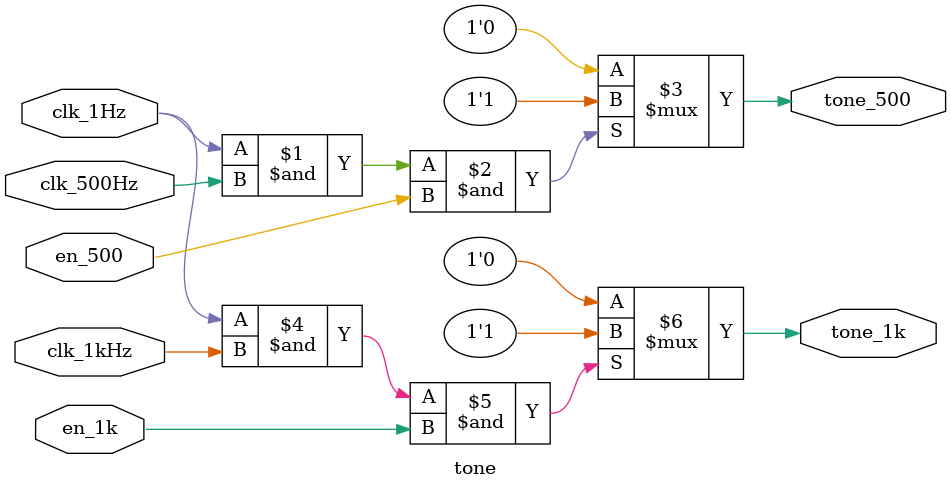
<source format=v>
module tone
(
    input clk_1Hz,
    input clk_500Hz,
    input clk_1kHz,
    input en_500,
    input en_1k,

    output wire tone_500,
    output wire tone_1k
);
    assign tone_500 = (clk_1Hz & clk_500Hz & en_500) ? 1'b1 : 1'b0;
    assign tone_1k = (clk_1Hz & clk_1kHz & en_1k) ? 1'b1 : 1'b0;

endmodule
</source>
